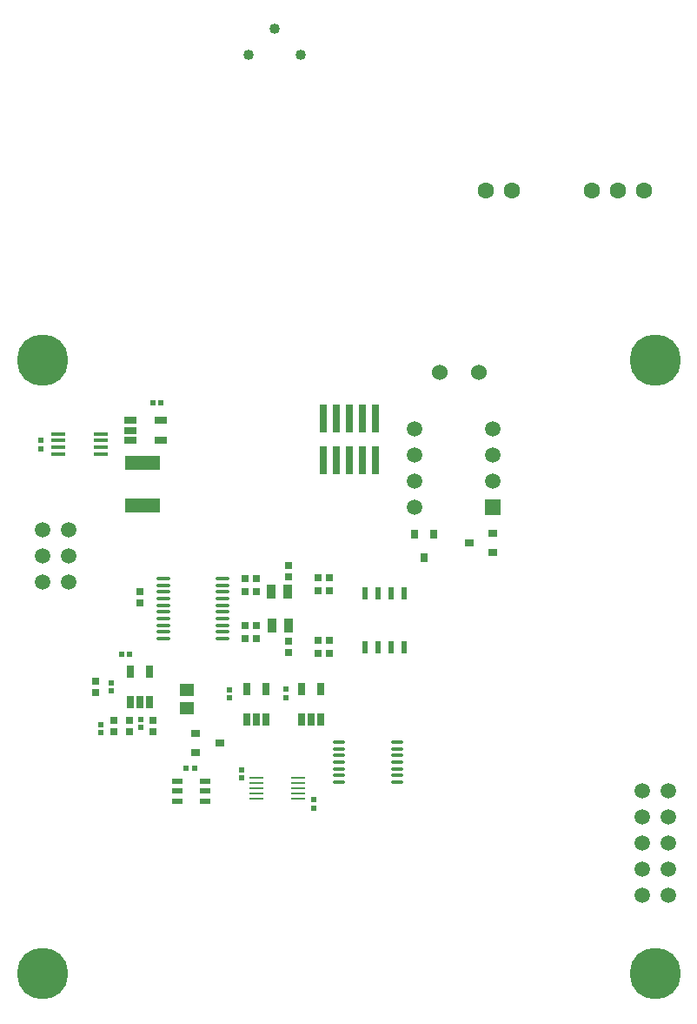
<source format=gbr>
G04 Layer_Color=255*
%FSLAX26Y26*%
%MOIN*%
%TF.FileFunction,Pads,Top*%
%TF.Part,Single*%
G01*
G75*
%TA.AperFunction,SMDPad,CuDef*%
G04:AMPARAMS|DCode=10|XSize=25.591mil|YSize=47.244mil|CornerRadius=1.919mil|HoleSize=0mil|Usage=FLASHONLY|Rotation=90.000|XOffset=0mil|YOffset=0mil|HoleType=Round|Shape=RoundedRectangle|*
%AMROUNDEDRECTD10*
21,1,0.025591,0.043406,0,0,90.0*
21,1,0.021752,0.047244,0,0,90.0*
1,1,0.003839,0.021703,0.010876*
1,1,0.003839,0.021703,-0.010876*
1,1,0.003839,-0.021703,-0.010876*
1,1,0.003839,-0.021703,0.010876*
%
%ADD10ROUNDEDRECTD10*%
%ADD11O,0.055118X0.013780*%
%ADD12R,0.020472X0.020472*%
%ADD13R,0.020472X0.020472*%
%ADD14O,0.055118X0.016535*%
G04:AMPARAMS|DCode=15|XSize=21.654mil|YSize=49.213mil|CornerRadius=1.949mil|HoleSize=0mil|Usage=FLASHONLY|Rotation=0.000|XOffset=0mil|YOffset=0mil|HoleType=Round|Shape=RoundedRectangle|*
%AMROUNDEDRECTD15*
21,1,0.021654,0.045315,0,0,0.0*
21,1,0.017756,0.049213,0,0,0.0*
1,1,0.003898,0.008878,-0.022657*
1,1,0.003898,-0.008878,-0.022657*
1,1,0.003898,-0.008878,0.022657*
1,1,0.003898,0.008878,0.022657*
%
%ADD15ROUNDEDRECTD15*%
%ADD16R,0.029528X0.025591*%
G04:AMPARAMS|DCode=17|XSize=25.591mil|YSize=47.244mil|CornerRadius=1.919mil|HoleSize=0mil|Usage=FLASHONLY|Rotation=180.000|XOffset=0mil|YOffset=0mil|HoleType=Round|Shape=RoundedRectangle|*
%AMROUNDEDRECTD17*
21,1,0.025591,0.043406,0,0,180.0*
21,1,0.021752,0.047244,0,0,180.0*
1,1,0.003839,-0.010876,0.021703*
1,1,0.003839,0.010876,0.021703*
1,1,0.003839,0.010876,-0.021703*
1,1,0.003839,-0.010876,-0.021703*
%
%ADD17ROUNDEDRECTD17*%
%ADD18R,0.025591X0.029528*%
%ADD19R,0.037402X0.053150*%
%ADD20R,0.057087X0.045276*%
%ADD21R,0.035433X0.025591*%
%ADD22R,0.025591X0.035433*%
%ADD23R,0.039370X0.023622*%
%ADD24O,0.049213X0.013780*%
%ADD25O,0.057087X0.009842*%
%ADD26R,0.133858X0.055118*%
%ADD27R,0.029134X0.109843*%
%TA.AperFunction,ComponentPad*%
%ADD30C,0.062992*%
%ADD31C,0.040000*%
%ADD32R,0.059055X0.059055*%
%ADD33C,0.059055*%
%ADD34C,0.060000*%
%TA.AperFunction,ViaPad*%
%ADD35C,0.196850*%
D10*
X455071Y2120402D02*
D03*
Y2045599D02*
D03*
X338929D02*
D03*
Y2083000D02*
D03*
Y2120402D02*
D03*
D11*
X692213Y1284299D02*
D03*
Y1309890D02*
D03*
Y1335480D02*
D03*
Y1361071D02*
D03*
Y1386661D02*
D03*
Y1412252D02*
D03*
Y1437843D02*
D03*
Y1463433D02*
D03*
Y1489024D02*
D03*
Y1514614D02*
D03*
X465835Y1284299D02*
D03*
Y1309890D02*
D03*
Y1335480D02*
D03*
Y1361071D02*
D03*
Y1386661D02*
D03*
Y1412252D02*
D03*
Y1437843D02*
D03*
Y1463433D02*
D03*
Y1489024D02*
D03*
Y1514614D02*
D03*
D12*
X454748Y2187000D02*
D03*
X423252D02*
D03*
X334772Y1224457D02*
D03*
X303276D02*
D03*
X583591Y787693D02*
D03*
X552095D02*
D03*
D13*
X-6000Y2043748D02*
D03*
Y2012252D02*
D03*
X717024Y1089205D02*
D03*
Y1057709D02*
D03*
X933024Y1090205D02*
D03*
Y1058709D02*
D03*
X764260Y750480D02*
D03*
Y781976D02*
D03*
X224024Y955205D02*
D03*
Y923709D02*
D03*
X379024Y975205D02*
D03*
Y943709D02*
D03*
X264024Y1115205D02*
D03*
Y1083709D02*
D03*
X1041819Y635323D02*
D03*
Y666819D02*
D03*
D14*
X223693Y1992614D02*
D03*
Y2018205D02*
D03*
Y2043795D02*
D03*
Y2069386D02*
D03*
X60307Y1992614D02*
D03*
Y2018205D02*
D03*
Y2043795D02*
D03*
Y2069386D02*
D03*
D15*
X1239024Y1251110D02*
D03*
X1289024D02*
D03*
X1339024D02*
D03*
X1389024D02*
D03*
X1239024Y1457803D02*
D03*
X1289024D02*
D03*
X1339024D02*
D03*
X1389024D02*
D03*
D16*
X334024Y927803D02*
D03*
Y971110D02*
D03*
X374024Y1422803D02*
D03*
Y1466110D02*
D03*
X944024Y1566110D02*
D03*
Y1522803D02*
D03*
Y1232803D02*
D03*
Y1276110D02*
D03*
X274024Y971110D02*
D03*
Y927803D02*
D03*
X204024Y1077803D02*
D03*
Y1121110D02*
D03*
X424024Y971110D02*
D03*
Y927803D02*
D03*
D17*
X336622Y1157528D02*
D03*
X411425D02*
D03*
Y1041386D02*
D03*
X374024D02*
D03*
X336622D02*
D03*
X994024Y1090963D02*
D03*
X1068827D02*
D03*
Y974821D02*
D03*
X1031425D02*
D03*
X994024D02*
D03*
X783853Y1092528D02*
D03*
X858657D02*
D03*
Y976386D02*
D03*
X821255D02*
D03*
X783853D02*
D03*
D18*
X1057370Y1279457D02*
D03*
X1100677D02*
D03*
X777370Y1334457D02*
D03*
X820677D02*
D03*
X1057370Y1229457D02*
D03*
X1100677D02*
D03*
X820677Y1284457D02*
D03*
X777370D02*
D03*
X1057370Y1519457D02*
D03*
X1100677D02*
D03*
X1057370Y1469457D02*
D03*
X1100677D02*
D03*
X777370Y1514457D02*
D03*
X820677D02*
D03*
X820677Y1464457D02*
D03*
X777370D02*
D03*
D19*
X945520Y1334457D02*
D03*
X882528D02*
D03*
X940520Y1464457D02*
D03*
X877528D02*
D03*
D20*
X556024Y1088890D02*
D03*
Y1018024D02*
D03*
D21*
X589063Y921740D02*
D03*
Y846937D02*
D03*
X679614Y884339D02*
D03*
X1728827Y1614654D02*
D03*
Y1689457D02*
D03*
X1638276Y1652055D02*
D03*
D22*
X1501425Y1684732D02*
D03*
X1426622D02*
D03*
X1464024Y1594181D02*
D03*
D23*
X625480Y737685D02*
D03*
Y700284D02*
D03*
Y662882D02*
D03*
X517213D02*
D03*
Y700284D02*
D03*
Y737685D02*
D03*
D24*
X1361701Y734732D02*
D03*
Y760323D02*
D03*
Y785913D02*
D03*
Y811504D02*
D03*
Y837095D02*
D03*
Y862685D02*
D03*
Y888276D02*
D03*
X1139260Y734732D02*
D03*
Y760323D02*
D03*
Y785913D02*
D03*
Y811504D02*
D03*
Y837095D02*
D03*
Y862685D02*
D03*
Y888276D02*
D03*
D25*
X820480Y750402D02*
D03*
Y730717D02*
D03*
Y711032D02*
D03*
Y691346D02*
D03*
Y671662D02*
D03*
X979929Y750402D02*
D03*
Y730717D02*
D03*
Y711032D02*
D03*
Y691346D02*
D03*
Y671662D02*
D03*
D26*
X383000Y1956709D02*
D03*
Y1795291D02*
D03*
D27*
X1279024Y2129575D02*
D03*
X1229024D02*
D03*
X1179024D02*
D03*
X1129024D02*
D03*
X1079024D02*
D03*
Y1969339D02*
D03*
X1129024D02*
D03*
X1179024D02*
D03*
X1229024D02*
D03*
X1279024D02*
D03*
D30*
X2306299Y3000000D02*
D03*
X2206299D02*
D03*
X2106299D02*
D03*
X1700000D02*
D03*
X1800000D02*
D03*
D31*
X890000Y3620000D02*
D03*
X990000Y3520000D02*
D03*
X790000D02*
D03*
D32*
X1729024Y1789457D02*
D03*
D33*
Y1889457D02*
D03*
Y1989457D02*
D03*
Y2089457D02*
D03*
X1429024Y1789457D02*
D03*
Y1889457D02*
D03*
Y1989457D02*
D03*
Y2089457D02*
D03*
X2400000Y300000D02*
D03*
Y400000D02*
D03*
Y500000D02*
D03*
Y600000D02*
D03*
Y700000D02*
D03*
X2300000Y300000D02*
D03*
Y400000D02*
D03*
Y500000D02*
D03*
Y600000D02*
D03*
Y700000D02*
D03*
X0Y1700000D02*
D03*
Y1600000D02*
D03*
Y1500000D02*
D03*
X100000Y1700000D02*
D03*
Y1600000D02*
D03*
Y1500000D02*
D03*
D34*
X1523622Y2303150D02*
D03*
X1673228D02*
D03*
D35*
X2350000Y2350000D02*
D03*
X0D02*
D03*
X2350000Y0D02*
D03*
X0D02*
D03*
%TF.MD5,c9a127800a6fdafac1c040aa3c667e0f*%
M02*

</source>
